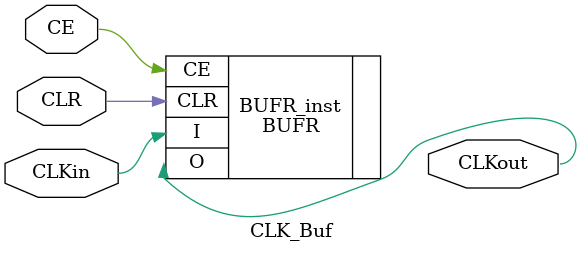
<source format=v>
`timescale 1ns / 1ps


module CLK_Buf(
    input CLKin,
    input CE,
    input CLR,
    output CLKout
    );
    // https://docs.amd.com/r/en-US/ug953-vivado-7series-libraries/BUFR
    // BUFR: Regional Clock Buffer for I/O and Logic Resources within a Clock Region
    //       7 Series
    // Xilinx HDL Language Template, version 2024.2
    
    BUFR #(
//       .BUFR_DIVIDE("BYPASS"),   // Values: "BYPASS, 1, 2, 3, 4, 5, 6, 7, 8"
       .BUFR_DIVIDE("BYPASS"),
       .SIM_DEVICE("7SERIES")  // Must be set to "7SERIES"
    )
    BUFR_inst (
       .O(CLKout),     // 1-bit output: Clock output port
       .CE(CE),   // 1-bit input: Active high, clock enable (Divided modes only)
       .CLR(CLR), // 1-bit input: Active high, asynchronous clear (Divided modes only)
       .I(CLKin)      // 1-bit input: Clock buffer input driven by an IBUF, MMCM or local interconnect
    );

// End of BUFR_inst instantiation
endmodule

</source>
